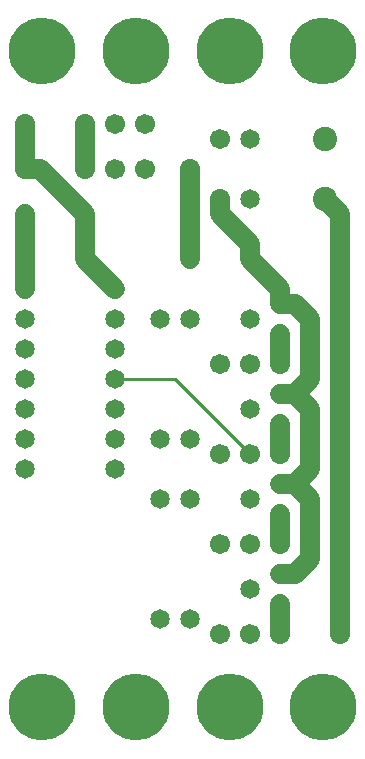
<source format=gtl>
%MOIN*%
%FSLAX25Y25*%
G04 D10 used for Character Trace; *
G04     Circle (OD=.01000) (No hole)*
G04 D11 used for Power Trace; *
G04     Circle (OD=.06700) (No hole)*
G04 D12 used for Signal Trace; *
G04     Circle (OD=.01100) (No hole)*
G04 D13 used for Via; *
G04     Circle (OD=.05800) (Round. Hole ID=.02800)*
G04 D14 used for Component hole; *
G04     Circle (OD=.06500) (Round. Hole ID=.03500)*
G04 D15 used for Component hole; *
G04     Circle (OD=.06700) (Round. Hole ID=.04300)*
G04 D16 used for Component hole; *
G04     Circle (OD=.08100) (Round. Hole ID=.05100)*
G04 D17 used for Component hole; *
G04     Circle (OD=.08900) (Round. Hole ID=.05900)*
G04 D18 used for Component hole; *
G04     Circle (OD=.11300) (Round. Hole ID=.08300)*
G04 D19 used for Component hole; *
G04     Circle (OD=.16000) (Round. Hole ID=.13000)*
G04 D20 used for Component hole; *
G04     Circle (OD=.18300) (Round. Hole ID=.15300)*
G04 D21 used for Component hole; *
G04     Circle (OD=.22291) (Round. Hole ID=.19291)*
%ADD10C,.01000*%
%ADD11C,.06700*%
%ADD12C,.01100*%
%ADD13C,.05800*%
%ADD14C,.06500*%
%ADD15C,.06700*%
%ADD16C,.08100*%
%ADD17C,.08900*%
%ADD18C,.11300*%
%ADD19C,.16000*%
%ADD20C,.18300*%
%ADD21C,.22291*%
%IPPOS*%
%LPD*%
G90*X0Y0D02*D21*X15625Y15625D03*X46875D03*D14*    
X55000Y45000D03*X65000D03*D15*X75000Y40000D03*    
Y70000D03*D21*X78125Y15625D03*D14*X85000Y85000D03*
X65000D03*X55000D03*D15*X85000Y40000D03*D14*      
Y55000D03*D15*Y70000D03*D14*X40000Y95000D03*      
X10000D03*D15*X95000Y40000D03*D11*Y50000D01*D14*  
D03*D11*Y60000D02*X100000D01*D14*X95000D03*D11*   
X100000D02*X105000Y65000D01*Y85000D01*            
X100000Y90000D01*X95000D01*D14*D03*D11*X100000D02*
X105000Y95000D01*Y115000D01*X100000Y120000D01*    
X95000D01*D14*D03*D11*X100000D02*                 
X105000Y125000D01*Y145000D01*X100000Y150000D01*   
X95000D01*D14*D03*D11*Y155000D01*X85000Y165000D01*
D14*D03*D11*Y170000D01*X75000Y180000D01*          
Y185000D01*D15*D03*X65000Y195000D03*D11*          
Y165000D01*D14*D03*X85000Y145000D03*Y185000D03*   
X55000Y145000D03*X65000D03*X40000Y155000D03*D11*  
X30000Y165000D01*Y180000D01*D14*D03*D11*          
X15000Y195000D01*X10000D01*D15*D03*D11*Y210000D01*
D15*D03*X30000Y195000D03*D11*Y210000D01*D15*D03*  
X40000D03*Y195000D03*X50000D03*Y210000D03*D21*    
X46875Y234375D03*X15625D03*D14*X10000Y180000D03*  
D11*Y155000D01*D14*D03*Y145000D03*Y135000D03*     
X40000Y125000D03*D12*X60000D01*X85000Y100000D01*  
D15*D03*D14*X95000Y110000D03*D11*Y100000D01*D15*  
D03*D14*X85000Y115000D03*D15*X115000Y100000D03*   
D11*Y70000D01*D15*D03*D11*Y40000D01*D15*D03*D21*  
X109375Y15625D03*D15*X95000Y70000D03*D11*         
Y80000D01*D14*D03*D11*X115000Y100000D02*          
Y130000D01*D15*D03*D11*Y180000D01*                
X110000Y185000D01*D16*D03*Y205000D03*D14*         
X85000D03*D15*X75000D03*D14*X95000Y140000D03*D11* 
Y130000D01*D15*D03*X85000D03*X75000D03*Y100000D03*
D14*X65000Y105000D03*X55000D03*X40000Y145000D03*  
Y135000D03*Y115000D03*Y105000D03*X10000Y125000D03*
Y115000D03*Y105000D03*D21*X109375Y234375D03*      
X78125D03*M02*                                    

</source>
